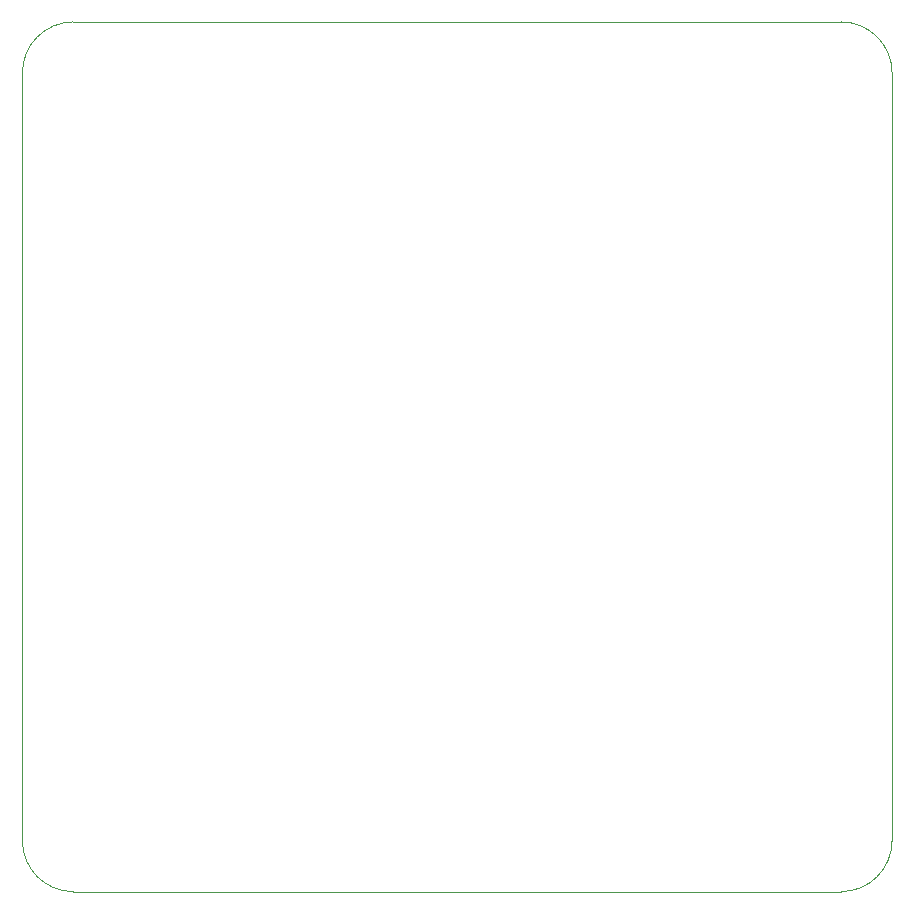
<source format=gbr>
%TF.GenerationSoftware,KiCad,Pcbnew,8.0.0-8.0.0-1~ubuntu22.04.1*%
%TF.CreationDate,2024-03-08T11:34:36-08:00*%
%TF.ProjectId,A1-FlightComputer,41312d46-6c69-4676-9874-436f6d707574,rev?*%
%TF.SameCoordinates,Original*%
%TF.FileFunction,Profile,NP*%
%FSLAX46Y46*%
G04 Gerber Fmt 4.6, Leading zero omitted, Abs format (unit mm)*
G04 Created by KiCad (PCBNEW 8.0.0-8.0.0-1~ubuntu22.04.1) date 2024-03-08 11:34:36*
%MOMM*%
%LPD*%
G01*
G04 APERTURE LIST*
%TA.AperFunction,Profile*%
%ADD10C,0.100000*%
%TD*%
G04 APERTURE END LIST*
D10*
X122631200Y-42316400D02*
X187687287Y-42321687D01*
X187687287Y-115957687D02*
X122687287Y-115957687D01*
X122687287Y-115957687D02*
G75*
G02*
X118369313Y-111639687I13J4317987D01*
G01*
X187687287Y-42321687D02*
G75*
G02*
X192005313Y-46639687I13J-4318013D01*
G01*
X118369287Y-46639687D02*
G75*
G02*
X122631273Y-42322050I4318013J-13D01*
G01*
X118369287Y-46639687D02*
X118369287Y-111639687D01*
X192005287Y-111639687D02*
G75*
G02*
X187687287Y-115957687I-4317987J-13D01*
G01*
X192005287Y-46639687D02*
X192005287Y-111639687D01*
M02*

</source>
